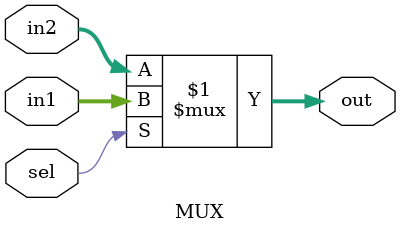
<source format=v>
module MUX #(
    parameter WIDTH = 32
) (
    output wire [WIDTH-1:0] out, 
    input  wire [WIDTH-1:0] in1, in2,
    input  wire             sel
);

assign out = (sel) ? in1 : in2;
    
endmodule
</source>
